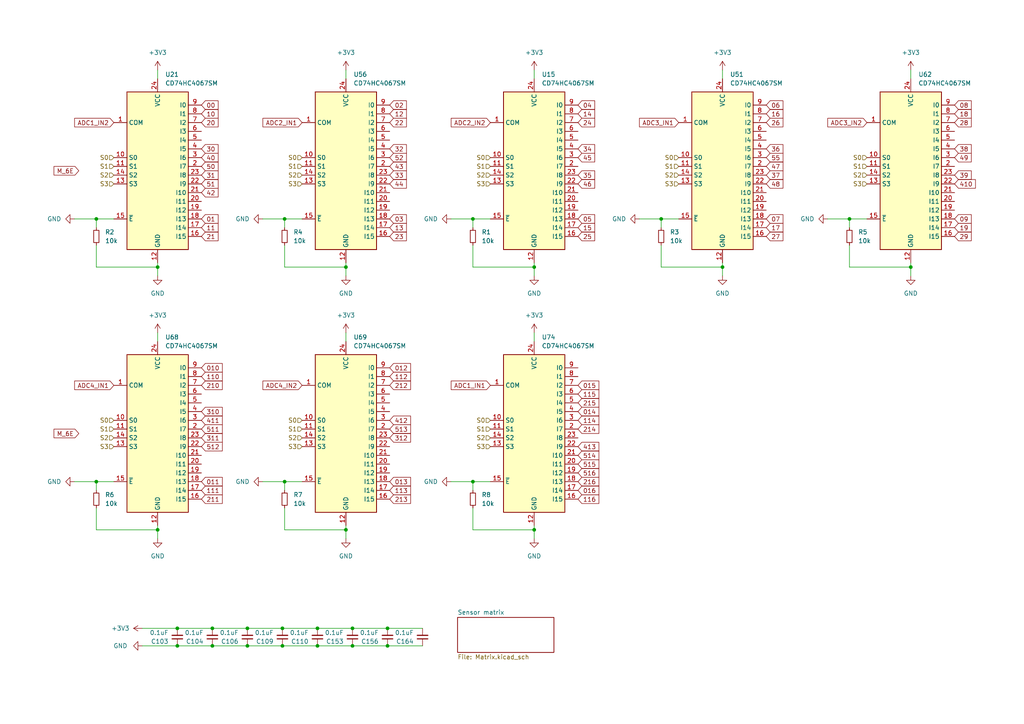
<source format=kicad_sch>
(kicad_sch (version 20231120) (generator "eeschema") (generator_version "8.0")
  (paper "A4")
  (lib_symbols
    (symbol "74xx:CD74HC4067SM"
      (property "Reference" "U" (at -8.89 22.86 0))
      (property "Value" "CD74HC4067SM" (at 1.27 22.86 0))
      (symbol "CD74HC4067SM_0_1"
        (rectangle (start -8.89 21.59) (end 8.89 -24.13) (stroke (width 0.254)) (fill (type background)))
      )
      (symbol "CD74HC4067SM_1_1"
        (pin passive line (at -12.7 12.7 0) (length 3.81) (name "COM") (number "1"))
        (pin input line (at -12.7 2.54 0) (length 3.81) (name "S0") (number "10"))
        (pin input line (at -12.7 0 0) (length 3.81) (name "S1") (number "11"))
        (pin power_in line (at 0 -27.94 90) (length 3.81) (name "GND") (number "12"))
        (pin input line (at -12.7 -5.08 0) (length 3.81) (name "S3") (number "13"))
        (pin input line (at -12.7 -2.54 0) (length 3.81) (name "S2") (number "14"))
        (pin input line (at -12.7 -15.24 0) (length 3.81) (name "~{E}") (number "15"))
        (pin passive line (at 12.7 -20.32 180) (length 3.81) (name "I15") (number "16"))
        (pin passive line (at 12.7 -17.78 180) (length 3.81) (name "I14") (number "17"))
        (pin passive line (at 12.7 -15.24 180) (length 3.81) (name "I13") (number "18"))
        (pin passive line (at 12.7 -12.7 180) (length 3.81) (name "I12") (number "19"))
        (pin passive line (at 12.7 0 180) (length 3.81) (name "I7") (number "2"))
        (pin passive line (at 12.7 -10.16 180) (length 3.81) (name "I11") (number "20"))
        (pin passive line (at 12.7 -7.62 180) (length 3.81) (name "I10") (number "21"))
        (pin passive line (at 12.7 -5.08 180) (length 3.81) (name "I9") (number "22"))
        (pin passive line (at 12.7 -2.54 180) (length 3.81) (name "I8") (number "23"))
        (pin power_in line (at 0 25.4 270) (length 3.81) (name "VCC") (number "24"))
        (pin passive line (at 12.7 2.54 180) (length 3.81) (name "I6") (number "3"))
        (pin passive line (at 12.7 5.08 180) (length 3.81) (name "I5") (number "4"))
        (pin passive line (at 12.7 7.62 180) (length 3.81) (name "I4") (number "5"))
        (pin passive line (at 12.7 10.16 180) (length 3.81) (name "I3") (number "6"))
        (pin passive line (at 12.7 12.7 180) (length 3.81) (name "I2") (number "7"))
        (pin passive line (at 12.7 15.24 180) (length 3.81) (name "I1") (number "8"))
        (pin passive line (at 12.7 17.78 180) (length 3.81) (name "I0") (number "9"))
      )
    )
    (symbol "Device:C_Small" (pin_numbers hide) (pin_names (offset 0.254) hide)
      (property "Reference" "C" (at 0.254 1.778 0))
      (property "Value" "C_Small" (at 0.254 -2.032 0))
      (symbol "C_Small_0_1"
        (polyline (pts (xy -1.524 -0.508) (xy 1.524 -0.508)) (stroke (width 0.3302)))
        (polyline (pts (xy -1.524 0.508) (xy 1.524 0.508)) (stroke (width 0.3048)))
      )
      (symbol "C_Small_1_1"
        (pin passive line (at 0 2.54 270) (length 2.032) (name "~") (number "1"))
        (pin passive line (at 0 -2.54 90) (length 2.032) (name "~") (number "2"))
      )
    )
    (symbol "Device:R_Small" (pin_numbers hide) (pin_names (offset 0.254) hide)
      (property "Reference" "R" (at 0.762 0.508 0))
      (property "Value" "R_Small" (at 0.762 -1.016 0))
      (symbol "R_Small_0_1"
        (rectangle (start -0.762 1.778) (end 0.762 -1.778) (stroke (width 0.2032)))
      )
      (symbol "R_Small_1_1"
        (pin passive line (at 0 2.54 270) (length 0.762) (name "~") (number "1"))
        (pin passive line (at 0 -2.54 90) (length 0.762) (name "~") (number "2"))
      )
    )
    (symbol "power:+3.3V" (power) (pin_names (offset 0))
      (property "Value" "+3.3V" (at 0 3.556 0))
      (symbol "+3.3V_0_1"
        (polyline (pts (xy -0.762 1.27) (xy 0 2.54)))
        (polyline (pts (xy 0 0) (xy 0 2.54)))
        (polyline (pts (xy 0 2.54) (xy 0.762 1.27)))
      )
      (symbol "+3.3V_1_1"
        (pin power_in line (at 0 0 90) (length 0) hide (name "+3V3") (number "1"))
      )
    )
    (symbol "power:+3V3" (power) (pin_names (offset 0))
      (property "Value" "+3V3" (at 0 3.556 0))
      (symbol "+3V3_0_1"
        (polyline (pts (xy -0.762 1.27) (xy 0 2.54)))
        (polyline (pts (xy 0 0) (xy 0 2.54)))
        (polyline (pts (xy 0 2.54) (xy 0.762 1.27)))
      )
      (symbol "+3V3_1_1"
        (pin power_in line (at 0 0 90) (length 0) hide (name "+3V3") (number "1"))
      )
    )
    (symbol "power:GND" (power) (pin_names (offset 0))
      (property "Value" "GND" (at 0 -3.81 0))
      (symbol "GND_0_1"
        (polyline (pts (xy 0 0) (xy 0 -1.27) (xy 1.27 -1.27) (xy 0 -2.54) (xy -1.27 -1.27) (xy 0 -1.27)))
      )
      (symbol "GND_1_1"
        (pin power_in line (at 0 0 270) (length 0) hide (name "GND") (number "1"))
      )
    )
  )
  (junction (at 264.16 77.47))
  (junction (at 154.94 153.67))
  (junction (at 81.915 182.245))
  (junction (at 92.075 187.325))
  (junction (at 27.94 63.5))
  (junction (at 209.55 77.47))
  (junction (at 82.55 63.5))
  (junction (at 82.55 139.7))
  (junction (at 112.395 182.245))
  (junction (at 71.755 182.245))
  (junction (at 137.16 139.7))
  (junction (at 61.595 187.325))
  (junction (at 100.33 153.67))
  (junction (at 246.38 63.5))
  (junction (at 81.915 187.325))
  (junction (at 45.72 77.47))
  (junction (at 154.94 77.47))
  (junction (at 112.395 187.325))
  (junction (at 27.94 139.7))
  (junction (at 61.595 182.245))
  (junction (at 102.235 187.325))
  (junction (at 191.77 63.5))
  (junction (at 51.435 182.245))
  (junction (at 45.72 153.67))
  (junction (at 51.435 187.325))
  (junction (at 71.755 187.325))
  (junction (at 102.235 182.245))
  (junction (at 137.16 63.5))
  (junction (at 92.075 182.245))
  (junction (at 100.33 77.47))
  (wire (pts (xy 100.33 153.67) (xy 100.33 156.21)))
  (wire (pts (xy 81.915 187.325) (xy 92.075 187.325)))
  (wire (pts (xy 137.16 139.7) (xy 137.16 142.24)))
  (wire (pts (xy 27.94 71.12) (xy 27.94 77.47)))
  (wire (pts (xy 45.72 153.67) (xy 45.72 156.21)))
  (wire (pts (xy 51.435 182.245) (xy 61.595 182.245)))
  (wire (pts (xy 61.595 182.245) (xy 71.755 182.245)))
  (wire (pts (xy 82.55 63.5) (xy 82.55 66.04)))
  (wire (pts (xy 137.16 63.5) (xy 142.24 63.5)))
  (wire (pts (xy 100.33 77.47) (xy 100.33 76.2)))
  (wire (pts (xy 27.94 139.7) (xy 33.02 139.7)))
  (wire (pts (xy 45.72 77.47) (xy 45.72 80.01)))
  (wire (pts (xy 191.77 63.5) (xy 191.77 66.04)))
  (wire (pts (xy 100.33 77.47) (xy 100.33 80.01)))
  (wire (pts (xy 27.94 147.32) (xy 27.94 153.67)))
  (wire (pts (xy 191.77 77.47) (xy 209.55 77.47)))
  (wire (pts (xy 264.16 77.47) (xy 264.16 80.01)))
  (wire (pts (xy 92.075 187.325) (xy 102.235 187.325)))
  (wire (pts (xy 82.55 147.32) (xy 82.55 153.67)))
  (wire (pts (xy 130.81 63.5) (xy 137.16 63.5)))
  (wire (pts (xy 246.38 63.5) (xy 251.46 63.5)))
  (wire (pts (xy 100.33 153.67) (xy 100.33 152.4)))
  (wire (pts (xy 27.94 139.7) (xy 27.94 142.24)))
  (wire (pts (xy 240.03 63.5) (xy 246.38 63.5)))
  (wire (pts (xy 264.16 20.32) (xy 264.16 22.86)))
  (wire (pts (xy 82.55 63.5) (xy 87.63 63.5)))
  (wire (pts (xy 51.435 187.325) (xy 61.595 187.325)))
  (wire (pts (xy 41.275 182.245) (xy 51.435 182.245)))
  (wire (pts (xy 137.16 153.67) (xy 154.94 153.67)))
  (wire (pts (xy 21.59 139.7) (xy 27.94 139.7)))
  (wire (pts (xy 61.595 187.325) (xy 71.755 187.325)))
  (wire (pts (xy 209.55 77.47) (xy 209.55 80.01)))
  (wire (pts (xy 71.755 182.245) (xy 81.915 182.245)))
  (wire (pts (xy 246.38 77.47) (xy 264.16 77.47)))
  (wire (pts (xy 137.16 63.5) (xy 137.16 66.04)))
  (wire (pts (xy 27.94 63.5) (xy 27.94 66.04)))
  (wire (pts (xy 137.16 147.32) (xy 137.16 153.67)))
  (wire (pts (xy 154.94 153.67) (xy 154.94 152.4)))
  (wire (pts (xy 82.55 153.67) (xy 100.33 153.67)))
  (wire (pts (xy 154.94 77.47) (xy 154.94 76.2)))
  (wire (pts (xy 45.72 153.67) (xy 45.72 152.4)))
  (wire (pts (xy 45.72 96.52) (xy 45.72 99.06)))
  (wire (pts (xy 209.55 77.47) (xy 209.55 76.2)))
  (wire (pts (xy 82.55 139.7) (xy 82.55 142.24)))
  (wire (pts (xy 154.94 20.32) (xy 154.94 22.86)))
  (wire (pts (xy 82.55 71.12) (xy 82.55 77.47)))
  (wire (pts (xy 137.16 139.7) (xy 142.24 139.7)))
  (wire (pts (xy 76.2 139.7) (xy 82.55 139.7)))
  (wire (pts (xy 82.55 77.47) (xy 100.33 77.47)))
  (wire (pts (xy 209.55 20.32) (xy 209.55 22.86)))
  (wire (pts (xy 45.72 77.47) (xy 45.72 76.2)))
  (wire (pts (xy 154.94 153.67) (xy 154.94 156.21)))
  (wire (pts (xy 27.94 153.67) (xy 45.72 153.67)))
  (wire (pts (xy 21.59 63.5) (xy 27.94 63.5)))
  (wire (pts (xy 100.33 20.32) (xy 100.33 22.86)))
  (wire (pts (xy 246.38 71.12) (xy 246.38 77.47)))
  (wire (pts (xy 154.94 96.52) (xy 154.94 99.06)))
  (wire (pts (xy 45.72 20.32) (xy 45.72 22.86)))
  (wire (pts (xy 27.94 77.47) (xy 45.72 77.47)))
  (wire (pts (xy 92.075 182.245) (xy 102.235 182.245)))
  (wire (pts (xy 41.275 187.325) (xy 51.435 187.325)))
  (wire (pts (xy 130.81 139.7) (xy 137.16 139.7)))
  (wire (pts (xy 191.77 63.5) (xy 196.85 63.5)))
  (wire (pts (xy 27.94 63.5) (xy 33.02 63.5)))
  (wire (pts (xy 112.395 182.245) (xy 122.555 182.245)))
  (wire (pts (xy 81.915 182.245) (xy 92.075 182.245)))
  (wire (pts (xy 112.395 187.325) (xy 122.555 187.325)))
  (wire (pts (xy 185.42 63.5) (xy 191.77 63.5)))
  (wire (pts (xy 154.94 77.47) (xy 154.94 80.01)))
  (wire (pts (xy 76.2 63.5) (xy 82.55 63.5)))
  (wire (pts (xy 191.77 71.12) (xy 191.77 77.47)))
  (wire (pts (xy 102.235 182.245) (xy 112.395 182.245)))
  (wire (pts (xy 137.16 71.12) (xy 137.16 77.47)))
  (wire (pts (xy 82.55 139.7) (xy 87.63 139.7)))
  (wire (pts (xy 100.33 96.52) (xy 100.33 99.06)))
  (wire (pts (xy 264.16 77.47) (xy 264.16 76.2)))
  (wire (pts (xy 246.38 63.5) (xy 246.38 66.04)))
  (wire (pts (xy 137.16 77.47) (xy 154.94 77.47)))
  (wire (pts (xy 71.755 187.325) (xy 81.915 187.325)))
  (wire (pts (xy 102.235 187.325) (xy 112.395 187.325)))
  (global_label "44" (shape input) (at 113.03 53.34 0) (property "Intersheetrefs" "${INTERSHEET_REFS}" (effects (hide yes))))
  (global_label "013" (shape input) (at 113.03 139.7 0) (property "Intersheetrefs" "${INTERSHEET_REFS}" (effects (hide yes))))
  (global_label "ADC3_IN1" (shape input) (at 196.85 35.56 180) (property "Intersheetrefs" "${INTERSHEET_REFS}" (effects (hide yes))))
  (global_label "07" (shape input) (at 222.25 63.5 0) (property "Intersheetrefs" "${INTERSHEET_REFS}" (effects (hide yes))))
  (global_label "311" (shape input) (at 58.42 127 0) (property "Intersheetrefs" "${INTERSHEET_REFS}" (effects (hide yes))))
  (global_label "312" (shape input) (at 113.03 127 0) (property "Intersheetrefs" "${INTERSHEET_REFS}" (effects (hide yes))))
  (global_label "210" (shape input) (at 58.42 111.76 0) (property "Intersheetrefs" "${INTERSHEET_REFS}" (effects (hide yes))))
  (global_label "47" (shape input) (at 222.25 48.26 0) (property "Intersheetrefs" "${INTERSHEET_REFS}" (effects (hide yes))))
  (global_label "24" (shape input) (at 167.64 35.56 0) (property "Intersheetrefs" "${INTERSHEET_REFS}" (effects (hide yes))))
  (global_label "011" (shape input) (at 58.42 139.7 0) (property "Intersheetrefs" "${INTERSHEET_REFS}" (effects (hide yes))))
  (global_label "46" (shape input) (at 167.64 53.34 0) (property "Intersheetrefs" "${INTERSHEET_REFS}" (effects (hide yes))))
  (global_label "35" (shape input) (at 167.64 50.8 0) (property "Intersheetrefs" "${INTERSHEET_REFS}" (effects (hide yes))))
  (global_label "M_6E" (shape input) (at 22.86 49.53 180) (property "Intersheetrefs" "${INTERSHEET_REFS}" (effects (hide yes))))
  (global_label "55" (shape input) (at 222.25 45.72 0) (property "Intersheetrefs" "${INTERSHEET_REFS}" (effects (hide yes))))
  (global_label "25" (shape input) (at 167.64 68.58 0) (property "Intersheetrefs" "${INTERSHEET_REFS}" (effects (hide yes))))
  (global_label "15" (shape input) (at 167.64 66.04 0) (property "Intersheetrefs" "${INTERSHEET_REFS}" (effects (hide yes))))
  (global_label "27" (shape input) (at 222.25 68.58 0) (property "Intersheetrefs" "${INTERSHEET_REFS}" (effects (hide yes))))
  (global_label "40" (shape input) (at 58.42 45.72 0) (property "Intersheetrefs" "${INTERSHEET_REFS}" (effects (hide yes))))
  (global_label "10" (shape input) (at 58.42 33.02 0) (property "Intersheetrefs" "${INTERSHEET_REFS}" (effects (hide yes))))
  (global_label "112" (shape input) (at 113.03 109.22 0) (property "Intersheetrefs" "${INTERSHEET_REFS}" (effects (hide yes))))
  (global_label "34" (shape input) (at 167.64 43.18 0) (property "Intersheetrefs" "${INTERSHEET_REFS}" (effects (hide yes))))
  (global_label "08" (shape input) (at 276.86 30.48 0) (property "Intersheetrefs" "${INTERSHEET_REFS}" (effects (hide yes))))
  (global_label "010" (shape input) (at 58.42 106.68 0) (property "Intersheetrefs" "${INTERSHEET_REFS}" (effects (hide yes))))
  (global_label "03" (shape input) (at 113.03 63.5 0) (property "Intersheetrefs" "${INTERSHEET_REFS}" (effects (hide yes))))
  (global_label "014" (shape input) (at 167.64 119.38 0) (property "Intersheetrefs" "${INTERSHEET_REFS}" (effects (hide yes))))
  (global_label "11" (shape input) (at 58.42 66.04 0) (property "Intersheetrefs" "${INTERSHEET_REFS}" (effects (hide yes))))
  (global_label "36" (shape input) (at 222.25 43.18 0) (property "Intersheetrefs" "${INTERSHEET_REFS}" (effects (hide yes))))
  (global_label "49" (shape input) (at 276.86 45.72 0) (property "Intersheetrefs" "${INTERSHEET_REFS}" (effects (hide yes))))
  (global_label "37" (shape input) (at 222.25 50.8 0) (property "Intersheetrefs" "${INTERSHEET_REFS}" (effects (hide yes))))
  (global_label "12" (shape input) (at 113.03 33.02 0) (property "Intersheetrefs" "${INTERSHEET_REFS}" (effects (hide yes))))
  (global_label "42" (shape input) (at 58.42 55.88 0) (property "Intersheetrefs" "${INTERSHEET_REFS}" (effects (hide yes))))
  (global_label "ADC4_IN2" (shape input) (at 87.63 111.76 180) (property "Intersheetrefs" "${INTERSHEET_REFS}" (effects (hide yes))))
  (global_label "00" (shape input) (at 58.42 30.48 0) (property "Intersheetrefs" "${INTERSHEET_REFS}" (effects (hide yes))))
  (global_label "02" (shape input) (at 113.03 30.48 0) (property "Intersheetrefs" "${INTERSHEET_REFS}" (effects (hide yes))))
  (global_label "ADC1_IN2" (shape input) (at 33.02 35.56 180) (property "Intersheetrefs" "${INTERSHEET_REFS}" (effects (hide yes))))
  (global_label "38" (shape input) (at 276.86 43.18 0) (property "Intersheetrefs" "${INTERSHEET_REFS}" (effects (hide yes))))
  (global_label "16" (shape input) (at 222.25 33.02 0) (property "Intersheetrefs" "${INTERSHEET_REFS}" (effects (hide yes))))
  (global_label "513" (shape input) (at 113.03 124.46 0) (property "Intersheetrefs" "${INTERSHEET_REFS}" (effects (hide yes))))
  (global_label "52" (shape input) (at 113.03 45.72 0) (property "Intersheetrefs" "${INTERSHEET_REFS}" (effects (hide yes))))
  (global_label "ADC2_IN2" (shape input) (at 142.24 35.56 180) (property "Intersheetrefs" "${INTERSHEET_REFS}" (effects (hide yes))))
  (global_label "50" (shape input) (at 58.42 48.26 0) (property "Intersheetrefs" "${INTERSHEET_REFS}" (effects (hide yes))))
  (global_label "28" (shape input) (at 276.86 35.56 0) (property "Intersheetrefs" "${INTERSHEET_REFS}" (effects (hide yes))))
  (global_label "31" (shape input) (at 58.42 50.8 0) (property "Intersheetrefs" "${INTERSHEET_REFS}" (effects (hide yes))))
  (global_label "411" (shape input) (at 58.42 121.92 0) (property "Intersheetrefs" "${INTERSHEET_REFS}" (effects (hide yes))))
  (global_label "516" (shape input) (at 167.64 137.16 0) (property "Intersheetrefs" "${INTERSHEET_REFS}" (effects (hide yes))))
  (global_label "09" (shape input) (at 276.86 63.5 0) (property "Intersheetrefs" "${INTERSHEET_REFS}" (effects (hide yes))))
  (global_label "213" (shape input) (at 113.03 144.78 0) (property "Intersheetrefs" "${INTERSHEET_REFS}" (effects (hide yes))))
  (global_label "48" (shape input) (at 222.25 53.34 0) (property "Intersheetrefs" "${INTERSHEET_REFS}" (effects (hide yes))))
  (global_label "ADC4_IN1" (shape input) (at 33.02 111.76 180) (property "Intersheetrefs" "${INTERSHEET_REFS}" (effects (hide yes))))
  (global_label "14" (shape input) (at 167.64 33.02 0) (property "Intersheetrefs" "${INTERSHEET_REFS}" (effects (hide yes))))
  (global_label "17" (shape input) (at 222.25 66.04 0) (property "Intersheetrefs" "${INTERSHEET_REFS}" (effects (hide yes))))
  (global_label "214" (shape input) (at 167.64 124.46 0) (property "Intersheetrefs" "${INTERSHEET_REFS}" (effects (hide yes))))
  (global_label "215" (shape input) (at 167.64 116.84 0) (property "Intersheetrefs" "${INTERSHEET_REFS}" (effects (hide yes))))
  (global_label "412" (shape input) (at 113.03 121.92 0) (property "Intersheetrefs" "${INTERSHEET_REFS}" (effects (hide yes))))
  (global_label "ADC1_IN1" (shape input) (at 142.24 111.76 180) (property "Intersheetrefs" "${INTERSHEET_REFS}" (effects (hide yes))))
  (global_label "06" (shape input) (at 222.25 30.48 0) (property "Intersheetrefs" "${INTERSHEET_REFS}" (effects (hide yes))))
  (global_label "413" (shape input) (at 167.64 129.54 0) (property "Intersheetrefs" "${INTERSHEET_REFS}" (effects (hide yes))))
  (global_label "43" (shape input) (at 113.03 48.26 0) (property "Intersheetrefs" "${INTERSHEET_REFS}" (effects (hide yes))))
  (global_label "45" (shape input) (at 167.64 45.72 0) (property "Intersheetrefs" "${INTERSHEET_REFS}" (effects (hide yes))))
  (global_label "29" (shape input) (at 276.86 68.58 0) (property "Intersheetrefs" "${INTERSHEET_REFS}" (effects (hide yes))))
  (global_label "M_6E" (shape input) (at 22.86 125.73 180) (property "Intersheetrefs" "${INTERSHEET_REFS}" (effects (hide yes))))
  (global_label "515" (shape input) (at 167.64 134.62 0) (property "Intersheetrefs" "${INTERSHEET_REFS}" (effects (hide yes))))
  (global_label "016" (shape input) (at 167.64 142.24 0) (property "Intersheetrefs" "${INTERSHEET_REFS}" (effects (hide yes))))
  (global_label "511" (shape input) (at 58.42 124.46 0) (property "Intersheetrefs" "${INTERSHEET_REFS}" (effects (hide yes))))
  (global_label "20" (shape input) (at 58.42 35.56 0) (property "Intersheetrefs" "${INTERSHEET_REFS}" (effects (hide yes))))
  (global_label "21" (shape input) (at 58.42 68.58 0) (property "Intersheetrefs" "${INTERSHEET_REFS}" (effects (hide yes))))
  (global_label "05" (shape input) (at 167.64 63.5 0) (property "Intersheetrefs" "${INTERSHEET_REFS}" (effects (hide yes))))
  (global_label "212" (shape input) (at 113.03 111.76 0) (property "Intersheetrefs" "${INTERSHEET_REFS}" (effects (hide yes))))
  (global_label "33" (shape input) (at 113.03 50.8 0) (property "Intersheetrefs" "${INTERSHEET_REFS}" (effects (hide yes))))
  (global_label "111" (shape input) (at 58.42 142.24 0) (property "Intersheetrefs" "${INTERSHEET_REFS}" (effects (hide yes))))
  (global_label "216" (shape input) (at 167.64 139.7 0) (property "Intersheetrefs" "${INTERSHEET_REFS}" (effects (hide yes))))
  (global_label "39" (shape input) (at 276.86 50.8 0) (property "Intersheetrefs" "${INTERSHEET_REFS}" (effects (hide yes))))
  (global_label "30" (shape input) (at 58.42 43.18 0) (property "Intersheetrefs" "${INTERSHEET_REFS}" (effects (hide yes))))
  (global_label "012" (shape input) (at 113.03 106.68 0) (property "Intersheetrefs" "${INTERSHEET_REFS}" (effects (hide yes))))
  (global_label "51" (shape input) (at 58.42 53.34 0) (property "Intersheetrefs" "${INTERSHEET_REFS}" (effects (hide yes))))
  (global_label "26" (shape input) (at 222.25 35.56 0) (property "Intersheetrefs" "${INTERSHEET_REFS}" (effects (hide yes))))
  (global_label "18" (shape input) (at 276.86 33.02 0) (property "Intersheetrefs" "${INTERSHEET_REFS}" (effects (hide yes))))
  (global_label "514" (shape input) (at 167.64 132.08 0) (property "Intersheetrefs" "${INTERSHEET_REFS}" (effects (hide yes))))
  (global_label "ADC2_IN1" (shape input) (at 87.63 35.56 180) (property "Intersheetrefs" "${INTERSHEET_REFS}" (effects (hide yes))))
  (global_label "410" (shape input) (at 276.86 53.34 0) (property "Intersheetrefs" "${INTERSHEET_REFS}" (effects (hide yes))))
  (global_label "04" (shape input) (at 167.64 30.48 0) (property "Intersheetrefs" "${INTERSHEET_REFS}" (effects (hide yes))))
  (global_label "32" (shape input) (at 113.03 43.18 0) (property "Intersheetrefs" "${INTERSHEET_REFS}" (effects (hide yes))))
  (global_label "23" (shape input) (at 113.03 68.58 0) (property "Intersheetrefs" "${INTERSHEET_REFS}" (effects (hide yes))))
  (global_label "310" (shape input) (at 58.42 119.38 0) (property "Intersheetrefs" "${INTERSHEET_REFS}" (effects (hide yes))))
  (global_label "015" (shape input) (at 167.64 111.76 0) (property "Intersheetrefs" "${INTERSHEET_REFS}" (effects (hide yes))))
  (global_label "22" (shape input) (at 113.03 35.56 0) (property "Intersheetrefs" "${INTERSHEET_REFS}" (effects (hide yes))))
  (global_label "115" (shape input) (at 167.64 114.3 0) (property "Intersheetrefs" "${INTERSHEET_REFS}" (effects (hide yes))))
  (global_label "116" (shape input) (at 167.64 144.78 0) (property "Intersheetrefs" "${INTERSHEET_REFS}" (effects (hide yes))))
  (global_label "512" (shape input) (at 58.42 129.54 0) (property "Intersheetrefs" "${INTERSHEET_REFS}" (effects (hide yes))))
  (global_label "19" (shape input) (at 276.86 66.04 0) (property "Intersheetrefs" "${INTERSHEET_REFS}" (effects (hide yes))))
  (global_label "211" (shape input) (at 58.42 144.78 0) (property "Intersheetrefs" "${INTERSHEET_REFS}" (effects (hide yes))))
  (global_label "113" (shape input) (at 113.03 142.24 0) (property "Intersheetrefs" "${INTERSHEET_REFS}" (effects (hide yes))))
  (global_label "ADC3_IN2" (shape input) (at 251.46 35.56 180) (property "Intersheetrefs" "${INTERSHEET_REFS}" (effects (hide yes))))
  (global_label "110" (shape input) (at 58.42 109.22 0) (property "Intersheetrefs" "${INTERSHEET_REFS}" (effects (hide yes))))
  (global_label "01" (shape input) (at 58.42 63.5 0) (property "Intersheetrefs" "${INTERSHEET_REFS}" (effects (hide yes))))
  (global_label "13" (shape input) (at 113.03 66.04 0) (property "Intersheetrefs" "${INTERSHEET_REFS}" (effects (hide yes))))
  (global_label "114" (shape input) (at 167.64 121.92 0) (property "Intersheetrefs" "${INTERSHEET_REFS}" (effects (hide yes))))
  (hierarchical_label "S2" (shape input) (at 33.02 50.8 180))
  (hierarchical_label "S3" (shape input) (at 33.02 129.54 180))
  (hierarchical_label "S3" (shape input) (at 33.02 53.34 180))
  (hierarchical_label "S0" (shape input) (at 33.02 45.72 180))
  (hierarchical_label "S2" (shape input) (at 87.63 50.8 180))
  (hierarchical_label "S1" (shape input) (at 196.85 48.26 180))
  (hierarchical_label "S0" (shape input) (at 196.85 45.72 180))
  (hierarchical_label "S1" (shape input) (at 142.24 48.26 180))
  (hierarchical_label "S3" (shape input) (at 142.24 53.34 180))
  (hierarchical_label "S1" (shape input) (at 33.02 48.26 180))
  (hierarchical_label "S1" (shape input) (at 87.63 48.26 180))
  (hierarchical_label "S2" (shape input) (at 142.24 50.8 180))
  (hierarchical_label "S0" (shape input) (at 142.24 121.92 180))
  (hierarchical_label "S1" (shape input) (at 142.24 124.46 180))
  (hierarchical_label "S0" (shape input) (at 33.02 121.92 180))
  (hierarchical_label "S2" (shape input) (at 87.63 127 180))
  (hierarchical_label "S0" (shape input) (at 87.63 121.92 180))
  (hierarchical_label "S2" (shape input) (at 142.24 127 180))
  (hierarchical_label "S1" (shape input) (at 251.46 48.26 180))
  (hierarchical_label "S1" (shape input) (at 33.02 124.46 180))
  (hierarchical_label "S0" (shape input) (at 251.46 45.72 180))
  (hierarchical_label "S3" (shape input) (at 142.24 129.54 180))
  (hierarchical_label "S2" (shape input) (at 33.02 127 180))
  (hierarchical_label "S0" (shape input) (at 142.24 45.72 180))
  (hierarchical_label "S0" (shape input) (at 87.63 45.72 180))
  (hierarchical_label "S3" (shape input) (at 196.85 53.34 180))
  (hierarchical_label "S3" (shape input) (at 87.63 53.34 180))
  (hierarchical_label "S1" (shape input) (at 87.63 124.46 180))
  (hierarchical_label "S2" (shape input) (at 251.46 50.8 180))
  (hierarchical_label "S3" (shape input) (at 251.46 53.34 180))
  (hierarchical_label "S2" (shape input) (at 196.85 50.8 180))
  (hierarchical_label "S3" (shape input) (at 87.63 129.54 180))
  (symbol (lib_id "power:GND") (at 41.275 187.325 270) (unit 1)
    (property "Reference" "#PWR0132" (effects (hide yes)))
    (property "Value" "GND" (at 34.925 187.325 90))
  )
  (symbol (lib_id "power:+3.3V") (at 264.16 20.32 0) (unit 1)
    (property "Reference" "#PWR0286" (effects (hide yes)))
    (property "Value" "+3V3" (at 264.16 15.24 0))
  )
  (symbol (lib_id "power:GND") (at 21.59 139.7 270) (unit 1)
    (property "Reference" "#PWR0292" (effects (hide yes)))
    (property "Value" "GND" (at 17.78 139.7 90) (effects (justify right)))
  )
  (symbol (lib_id "Device:C_Small") (at 122.555 184.785 180) (unit 1)
    (property "Reference" "C164" (at 120.015 186.0488 0) (effects (justify left)))
    (property "Value" "0.1uF" (at 120.015 183.5088 0) (effects (justify left)))
    (property "Footprint" "Common_Footprint:C_0402" (effects (hide yes)))
  )
  (symbol (lib_id "74xx:CD74HC4067SM") (at 100.33 48.26 0) (unit 1)
    (property "Reference" "U56" (at 102.5241 21.59 0) (effects (justify left)))
    (property "Value" "CD74HC4067SM" (at 102.5241 24.13 0) (effects (justify left)))
    (property "Footprint" "Package_SO:TSSOP-24_4.4x7.8mm_P0.65mm" (effects (hide yes)))
    (property "Datasheet" "http://www.ti.com/lit/ds/symlink/cd74hc4067.pdf" (effects (hide yes)))
  )
  (symbol (lib_id "power:GND") (at 100.33 156.21 0) (unit 1)
    (property "Reference" "#PWR0299" (effects (hide yes)))
    (property "Value" "GND" (at 100.33 161.29 0))
  )
  (symbol (lib_id "74xx:CD74HC4067SM") (at 154.94 48.26 0) (unit 1)
    (property "Reference" "U15" (at 157.1341 21.59 0) (effects (justify left)))
    (property "Value" "CD74HC4067SM" (at 157.1341 24.13 0) (effects (justify left)))
    (property "Footprint" "Package_SO:TSSOP-24_4.4x7.8mm_P0.65mm" (effects (hide yes)))
    (property "Datasheet" "http://www.ti.com/lit/ds/symlink/cd74hc4067.pdf" (effects (hide yes)))
  )
  (symbol (lib_id "Device:R_Small") (at 82.55 68.58 0) (unit 1)
    (property "Reference" "R4" (at 85.09 67.31 0) (effects (justify left)))
    (property "Value" "10k" (at 85.09 69.85 0) (effects (justify left)))
    (property "Footprint" "sanproject-keyboard-part:R_0402" (effects (hide yes)))
  )
  (symbol (lib_id "power:GND") (at 209.55 80.01 0) (unit 1)
    (property "Reference" "#PWR0279" (effects (hide yes)))
    (property "Value" "GND" (at 209.55 85.09 0))
  )
  (symbol (lib_id "power:+3.3V") (at 100.33 20.32 0) (unit 1)
    (property "Reference" "#PWR0282" (effects (hide yes)))
    (property "Value" "+3V3" (at 100.33 15.24 0))
  )
  (symbol (lib_id "Device:R_Small") (at 246.38 68.58 0) (unit 1)
    (property "Reference" "R5" (at 248.92 67.31 0) (effects (justify left)))
    (property "Value" "10k" (at 248.92 69.85 0) (effects (justify left)))
    (property "Footprint" "sanproject-keyboard-part:R_0402" (effects (hide yes)))
  )
  (symbol (lib_id "Device:C_Small") (at 102.235 184.785 180) (unit 1)
    (property "Reference" "C153" (at 99.695 186.0488 0) (effects (justify left)))
    (property "Value" "0.1uF" (at 99.695 183.5088 0) (effects (justify left)))
    (property "Footprint" "Common_Footprint:C_0402" (effects (hide yes)))
  )
  (symbol (lib_id "74xx:CD74HC4067SM") (at 209.55 48.26 0) (unit 1)
    (property "Reference" "U51" (at 211.7441 21.59 0) (effects (justify left)))
    (property "Value" "CD74HC4067SM" (at 211.7441 24.13 0) (effects (justify left)))
    (property "Footprint" "Package_SO:TSSOP-24_4.4x7.8mm_P0.65mm" (effects (hide yes)))
    (property "Datasheet" "http://www.ti.com/lit/ds/symlink/cd74hc4067.pdf" (effects (hide yes)))
  )
  (symbol (lib_id "power:+3V3") (at 41.275 182.245 90) (unit 1)
    (property "Reference" "#PWR073" (effects (hide yes)))
    (property "Value" "+3V3" (at 34.925 182.245 90))
  )
  (symbol (lib_id "power:+3.3V") (at 45.72 20.32 0) (unit 1)
    (property "Reference" "#PWR0275" (effects (hide yes)))
    (property "Value" "+3V3" (at 45.72 15.24 0))
  )
  (symbol (lib_id "power:GND") (at 240.03 63.5 270) (unit 1)
    (property "Reference" "#PWR0281" (effects (hide yes)))
    (property "Value" "GND" (at 236.22 63.5 90) (effects (justify right)))
  )
  (symbol (lib_id "power:GND") (at 45.72 156.21 0) (unit 1)
    (property "Reference" "#PWR0296" (effects (hide yes)))
    (property "Value" "GND" (at 45.72 161.29 0))
  )
  (symbol (lib_id "power:+3.3V") (at 154.94 20.32 0) (unit 1)
    (property "Reference" "#PWR0187" (effects (hide yes)))
    (property "Value" "+3V3" (at 154.94 15.24 0))
  )
  (symbol (lib_id "Device:C_Small") (at 81.915 184.785 180) (unit 1)
    (property "Reference" "C109" (at 79.375 186.0488 0) (effects (justify left)))
    (property "Value" "0.1uF" (at 79.375 183.5088 0) (effects (justify left)))
    (property "Footprint" "Common_Footprint:C_0402" (effects (hide yes)))
  )
  (symbol (lib_id "power:GND") (at 154.94 80.01 0) (unit 1)
    (property "Reference" "#PWR0210" (effects (hide yes)))
    (property "Value" "GND" (at 154.94 85.09 0))
  )
  (symbol (lib_id "74xx:CD74HC4067SM") (at 264.16 48.26 0) (unit 1)
    (property "Reference" "U62" (at 266.3541 21.59 0) (effects (justify left)))
    (property "Value" "CD74HC4067SM" (at 266.3541 24.13 0) (effects (justify left)))
    (property "Footprint" "Package_SO:TSSOP-24_4.4x7.8mm_P0.65mm" (effects (hide yes)))
    (property "Datasheet" "http://www.ti.com/lit/ds/symlink/cd74hc4067.pdf" (effects (hide yes)))
  )
  (symbol (lib_id "power:GND") (at 76.2 63.5 270) (unit 1)
    (property "Reference" "#PWR0280" (effects (hide yes)))
    (property "Value" "GND" (at 72.39 63.5 90) (effects (justify right)))
  )
  (symbol (lib_id "Device:R_Small") (at 191.77 68.58 0) (unit 1)
    (property "Reference" "R3" (at 194.31 67.31 0) (effects (justify left)))
    (property "Value" "10k" (at 194.31 69.85 0) (effects (justify left)))
    (property "Footprint" "sanproject-keyboard-part:R_0402" (effects (hide yes)))
  )
  (symbol (lib_id "Device:R_Small") (at 137.16 144.78 0) (unit 1)
    (property "Reference" "R8" (at 139.7 143.51 0) (effects (justify left)))
    (property "Value" "10k" (at 139.7 146.05 0) (effects (justify left)))
    (property "Footprint" "sanproject-keyboard-part:R_0402" (effects (hide yes)))
  )
  (symbol (lib_id "power:GND") (at 100.33 80.01 0) (unit 1)
    (property "Reference" "#PWR0283" (effects (hide yes)))
    (property "Value" "GND" (at 100.33 85.09 0))
  )
  (symbol (lib_id "74xx:CD74HC4067SM") (at 45.72 124.46 0) (unit 1)
    (property "Reference" "U68" (at 47.9141 97.79 0) (effects (justify left)))
    (property "Value" "CD74HC4067SM" (at 47.9141 100.33 0) (effects (justify left)))
    (property "Footprint" "Package_SO:TSSOP-24_4.4x7.8mm_P0.65mm" (effects (hide yes)))
    (property "Datasheet" "http://www.ti.com/lit/ds/symlink/cd74hc4067.pdf" (effects (hide yes)))
  )
  (symbol (lib_id "74xx:CD74HC4067SM") (at 154.94 124.46 0) (unit 1)
    (property "Reference" "U74" (at 157.1341 97.79 0) (effects (justify left)))
    (property "Value" "CD74HC4067SM" (at 157.1341 100.33 0) (effects (justify left)))
    (property "Footprint" "Package_SO:TSSOP-24_4.4x7.8mm_P0.65mm" (effects (hide yes)))
    (property "Datasheet" "http://www.ti.com/lit/ds/symlink/cd74hc4067.pdf" (effects (hide yes)))
  )
  (symbol (lib_id "power:GND") (at 185.42 63.5 270) (unit 1)
    (property "Reference" "#PWR0271" (effects (hide yes)))
    (property "Value" "GND" (at 181.61 63.5 90) (effects (justify right)))
  )
  (symbol (lib_id "Device:C_Small") (at 112.395 184.785 180) (unit 1)
    (property "Reference" "C156" (at 109.855 186.0488 0) (effects (justify left)))
    (property "Value" "0.1uF" (at 109.855 183.5088 0) (effects (justify left)))
    (property "Footprint" "Common_Footprint:C_0402" (effects (hide yes)))
  )
  (symbol (lib_id "power:GND") (at 130.81 63.5 270) (unit 1)
    (property "Reference" "#PWR0133" (effects (hide yes)))
    (property "Value" "GND" (at 127 63.5 90) (effects (justify right)))
  )
  (symbol (lib_id "power:GND") (at 21.59 63.5 270) (unit 1)
    (property "Reference" "#PWR0211" (effects (hide yes)))
    (property "Value" "GND" (at 17.78 63.5 90) (effects (justify right)))
  )
  (symbol (lib_id "power:+3.3V") (at 154.94 96.52 0) (unit 1)
    (property "Reference" "#PWR0301" (effects (hide yes)))
    (property "Value" "+3V3" (at 154.94 91.44 0))
  )
  (symbol (lib_id "74xx:CD74HC4067SM") (at 45.72 48.26 0) (unit 1)
    (property "Reference" "U21" (at 47.9141 21.59 0) (effects (justify left)))
    (property "Value" "CD74HC4067SM" (at 47.9141 24.13 0) (effects (justify left)))
    (property "Footprint" "Package_SO:TSSOP-24_4.4x7.8mm_P0.65mm" (effects (hide yes)))
    (property "Datasheet" "http://www.ti.com/lit/ds/symlink/cd74hc4067.pdf" (effects (hide yes)))
  )
  (symbol (lib_id "power:GND") (at 76.2 139.7 270) (unit 1)
    (property "Reference" "#PWR0297" (effects (hide yes)))
    (property "Value" "GND" (at 72.39 139.7 90) (effects (justify right)))
  )
  (symbol (lib_id "Device:C_Small") (at 92.075 184.785 180) (unit 1)
    (property "Reference" "C110" (at 89.535 186.0488 0) (effects (justify left)))
    (property "Value" "0.1uF" (at 89.535 183.5088 0) (effects (justify left)))
    (property "Footprint" "Common_Footprint:C_0402" (effects (hide yes)))
  )
  (symbol (lib_id "power:GND") (at 154.94 156.21 0) (unit 1)
    (property "Reference" "#PWR0302" (effects (hide yes)))
    (property "Value" "GND" (at 154.94 161.29 0))
  )
  (symbol (lib_id "Device:C_Small") (at 51.435 184.785 180) (unit 1)
    (property "Reference" "C103" (at 48.895 186.0488 0) (effects (justify left)))
    (property "Value" "0.1uF" (at 48.895 183.5088 0) (effects (justify left)))
    (property "Footprint" "Common_Footprint:C_0402" (effects (hide yes)))
  )
  (symbol (lib_id "power:+3.3V") (at 45.72 96.52 0) (unit 1)
    (property "Reference" "#PWR0295" (effects (hide yes)))
    (property "Value" "+3V3" (at 45.72 91.44 0))
  )
  (symbol (lib_id "Device:R_Small") (at 137.16 68.58 0) (unit 1)
    (property "Reference" "R1" (at 139.7 67.31 0) (effects (justify left)))
    (property "Value" "10k" (at 139.7 69.85 0) (effects (justify left)))
    (property "Footprint" "sanproject-keyboard-part:R_0402" (effects (hide yes)))
  )
  (symbol (lib_id "power:+3.3V") (at 100.33 96.52 0) (unit 1)
    (property "Reference" "#PWR0298" (effects (hide yes)))
    (property "Value" "+3V3" (at 100.33 91.44 0))
  )
  (symbol (lib_id "power:GND") (at 264.16 80.01 0) (unit 1)
    (property "Reference" "#PWR0289" (effects (hide yes)))
    (property "Value" "GND" (at 264.16 85.09 0))
  )
  (symbol (lib_id "Device:C_Small") (at 61.595 184.785 180) (unit 1)
    (property "Reference" "C104" (at 59.055 186.0488 0) (effects (justify left)))
    (property "Value" "0.1uF" (at 59.055 183.5088 0) (effects (justify left)))
    (property "Footprint" "Common_Footprint:C_0402" (effects (hide yes)))
  )
  (symbol (lib_id "74xx:CD74HC4067SM") (at 100.33 124.46 0) (unit 1)
    (property "Reference" "U69" (at 102.5241 97.79 0) (effects (justify left)))
    (property "Value" "CD74HC4067SM" (at 102.5241 100.33 0) (effects (justify left)))
    (property "Footprint" "Package_SO:TSSOP-24_4.4x7.8mm_P0.65mm" (effects (hide yes)))
    (property "Datasheet" "http://www.ti.com/lit/ds/symlink/cd74hc4067.pdf" (effects (hide yes)))
  )
  (symbol (lib_id "Device:R_Small") (at 82.55 144.78 0) (unit 1)
    (property "Reference" "R7" (at 85.09 143.51 0) (effects (justify left)))
    (property "Value" "10k" (at 85.09 146.05 0) (effects (justify left)))
    (property "Footprint" "sanproject-keyboard-part:R_0402" (effects (hide yes)))
  )
  (symbol (lib_id "Device:R_Small") (at 27.94 68.58 0) (unit 1)
    (property "Reference" "R2" (at 30.48 67.31 0) (effects (justify left)))
    (property "Value" "10k" (at 30.48 69.85 0) (effects (justify left)))
    (property "Footprint" "sanproject-keyboard-part:R_0402" (effects (hide yes)))
  )
  (symbol (lib_id "Device:R_Small") (at 27.94 144.78 0) (unit 1)
    (property "Reference" "R6" (at 30.48 143.51 0) (effects (justify left)))
    (property "Value" "10k" (at 30.48 146.05 0) (effects (justify left)))
    (property "Footprint" "sanproject-keyboard-part:R_0402" (effects (hide yes)))
  )
  (symbol (lib_id "power:GND") (at 130.81 139.7 270) (unit 1)
    (property "Reference" "#PWR0300" (effects (hide yes)))
    (property "Value" "GND" (at 127 139.7 90) (effects (justify right)))
  )
  (symbol (lib_id "Device:C_Small") (at 71.755 184.785 180) (unit 1)
    (property "Reference" "C106" (at 69.215 186.0488 0) (effects (justify left)))
    (property "Value" "0.1uF" (at 69.215 183.5088 0) (effects (justify left)))
    (property "Footprint" "Common_Footprint:C_0402" (effects (hide yes)))
  )
  (symbol (lib_id "power:+3.3V") (at 209.55 20.32 0) (unit 1)
    (property "Reference" "#PWR0277" (effects (hide yes)))
    (property "Value" "+3V3" (at 209.55 15.24 0))
  )
  (symbol (lib_id "power:GND") (at 45.72 80.01 0) (unit 1)
    (property "Reference" "#PWR0276" (effects (hide yes)))
    (property "Value" "GND" (at 45.72 85.09 0))
  )
  (sheet (at 132.715 179.07) (size 27.94 10.16) (stroke (width 0.1524))
    (property "Sheetname" "Sensor matrix" (at 132.715 178.3584 0) (effects (justify left bottom)))
    (property "Sheetfile" "Matrix.kicad_sch" (at 132.715 189.8146 0) (effects (justify left top)))
  )
)
</source>
